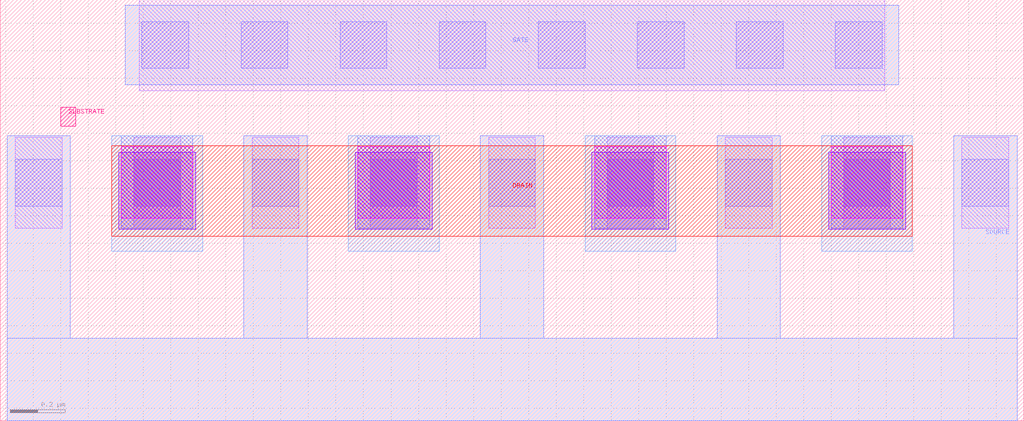
<source format=lef>
# Copyright 2020 The SkyWater PDK Authors
#
# Licensed under the Apache License, Version 2.0 (the "License");
# you may not use this file except in compliance with the License.
# You may obtain a copy of the License at
#
#     https://www.apache.org/licenses/LICENSE-2.0
#
# Unless required by applicable law or agreed to in writing, software
# distributed under the License is distributed on an "AS IS" BASIS,
# WITHOUT WARRANTIES OR CONDITIONS OF ANY KIND, either express or implied.
# See the License for the specific language governing permissions and
# limitations under the License.
#
# SPDX-License-Identifier: Apache-2.0

VERSION 5.7 ;
  NOWIREEXTENSIONATPIN ON ;
  DIVIDERCHAR "/" ;
  BUSBITCHARS "[]" ;
MACRO sky130_fd_pr__rf_nfet_01v8_lvt_aF08W0p42L0p15
  CLASS BLOCK ;
  FOREIGN sky130_fd_pr__rf_nfet_01v8_lvt_aF08W0p42L0p15 ;
  ORIGIN -0.180000  0.445000 ;
  SIZE  3.720000 BY  1.530000 ;
  PIN DRAIN
    ANTENNADIFFAREA  0.470400 ;
    PORT
      LAYER met3 ;
        RECT 0.585000 0.225000 3.495000 0.555000 ;
    END
  END DRAIN
  PIN GATE
    ANTENNAGATEAREA  0.504000 ;
    PORT
      LAYER met1 ;
        RECT 0.635000 0.775000 3.445000 1.065000 ;
    END
  END GATE
  PIN SOURCE
    ANTENNADIFFAREA  0.588000 ;
    PORT
      LAYER met1 ;
        RECT 0.205000 -0.445000 3.875000 -0.145000 ;
        RECT 0.205000 -0.145000 0.435000  0.590000 ;
        RECT 1.065000 -0.145000 1.295000  0.590000 ;
        RECT 1.925000 -0.145000 2.155000  0.590000 ;
        RECT 2.785000 -0.145000 3.015000  0.590000 ;
        RECT 3.645000 -0.145000 3.875000  0.590000 ;
    END
  END SOURCE
  PIN SUBSTRATE
    PORT
      LAYER pwell ;
        RECT 0.400000 0.625000 0.455000 0.695000 ;
    END
  END SUBSTRATE
  OBS
    LAYER li1 ;
      RECT 0.235000 0.255000 0.405000 0.585000 ;
      RECT 0.665000 0.255000 0.835000 0.585000 ;
      RECT 0.685000 0.755000 3.395000 1.085000 ;
      RECT 1.095000 0.255000 1.265000 0.585000 ;
      RECT 1.525000 0.255000 1.695000 0.585000 ;
      RECT 1.955000 0.255000 2.125000 0.585000 ;
      RECT 2.385000 0.255000 2.555000 0.585000 ;
      RECT 2.815000 0.255000 2.985000 0.585000 ;
      RECT 3.245000 0.255000 3.415000 0.585000 ;
      RECT 3.675000 0.255000 3.845000 0.585000 ;
    LAYER mcon ;
      RECT 0.235000 0.335000 0.405000 0.505000 ;
      RECT 0.665000 0.335000 0.835000 0.505000 ;
      RECT 0.695000 0.835000 0.865000 1.005000 ;
      RECT 1.055000 0.835000 1.225000 1.005000 ;
      RECT 1.095000 0.335000 1.265000 0.505000 ;
      RECT 1.415000 0.835000 1.585000 1.005000 ;
      RECT 1.525000 0.335000 1.695000 0.505000 ;
      RECT 1.775000 0.835000 1.945000 1.005000 ;
      RECT 1.955000 0.335000 2.125000 0.505000 ;
      RECT 2.135000 0.835000 2.305000 1.005000 ;
      RECT 2.385000 0.335000 2.555000 0.505000 ;
      RECT 2.495000 0.835000 2.665000 1.005000 ;
      RECT 2.815000 0.335000 2.985000 0.505000 ;
      RECT 2.855000 0.835000 3.025000 1.005000 ;
      RECT 3.215000 0.835000 3.385000 1.005000 ;
      RECT 3.245000 0.335000 3.415000 0.505000 ;
      RECT 3.675000 0.335000 3.845000 0.505000 ;
    LAYER met1 ;
      RECT 0.620000 0.255000 0.880000 0.590000 ;
      RECT 1.480000 0.255000 1.740000 0.590000 ;
      RECT 2.340000 0.255000 2.600000 0.590000 ;
      RECT 3.200000 0.255000 3.460000 0.590000 ;
    LAYER met2 ;
      RECT 0.585000 0.170000 0.915000 0.590000 ;
      RECT 1.445000 0.170000 1.775000 0.590000 ;
      RECT 2.305000 0.170000 2.635000 0.590000 ;
      RECT 3.165000 0.170000 3.495000 0.590000 ;
    LAYER via ;
      RECT 0.620000 0.290000 0.880000 0.550000 ;
      RECT 1.480000 0.290000 1.740000 0.550000 ;
      RECT 2.340000 0.290000 2.600000 0.550000 ;
      RECT 3.200000 0.290000 3.460000 0.550000 ;
    LAYER via2 ;
      RECT 0.610000 0.250000 0.890000 0.530000 ;
      RECT 1.470000 0.250000 1.750000 0.530000 ;
      RECT 2.330000 0.250000 2.610000 0.530000 ;
      RECT 3.190000 0.250000 3.470000 0.530000 ;
  END
END sky130_fd_pr__rf_nfet_01v8_lvt_aF08W0p42L0p15
END LIBRARY

</source>
